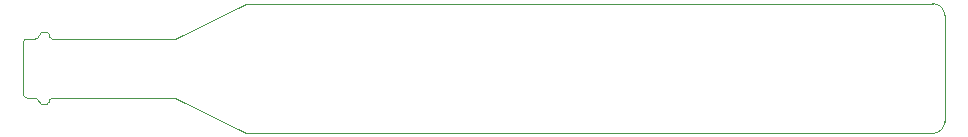
<source format=gbr>
G04 #@! TF.GenerationSoftware,KiCad,Pcbnew,(5.1.5-0-10_14)*
G04 #@! TF.CreationDate,2020-08-22T00:23:10-07:00*
G04 #@! TF.ProjectId,RX_Flex,52585f46-6c65-4782-9e6b-696361645f70,rev?*
G04 #@! TF.SameCoordinates,Original*
G04 #@! TF.FileFunction,Profile,NP*
%FSLAX46Y46*%
G04 Gerber Fmt 4.6, Leading zero omitted, Abs format (unit mm)*
G04 Created by KiCad (PCBNEW (5.1.5-0-10_14)) date 2020-08-22 00:23:10*
%MOMM*%
%LPD*%
G04 APERTURE LIST*
%ADD10C,0.050000*%
G04 APERTURE END LIST*
D10*
X116000000Y-62000000D02*
X106860000Y-62000000D01*
X100860000Y-70000000D02*
X92000000Y-70000000D01*
X100860000Y-65000000D02*
X92000000Y-65000000D01*
X91500000Y-70000000D02*
X92000000Y-70000000D01*
X106860000Y-73000000D02*
X100860000Y-70000000D01*
X106860000Y-62000000D02*
X100860000Y-65000000D01*
X116000000Y-73000000D02*
X106860000Y-73000000D01*
X91500000Y-65000000D02*
X92000000Y-65000000D01*
X88000000Y-69698444D02*
X88000000Y-65300000D01*
X90400000Y-65000000D02*
G75*
G02X90200000Y-64800000I0J200000D01*
G01*
X90000000Y-64450000D02*
G75*
G02X90200000Y-64650000I0J-200000D01*
G01*
X89162747Y-64916248D02*
G75*
G02X89000000Y-65000000I-162747J116248D01*
G01*
X90201544Y-70175193D02*
G75*
G02X90400000Y-70000000I198456J-24807D01*
G01*
X90200000Y-70350000D02*
G75*
G02X90000000Y-70550000I-200000J0D01*
G01*
X89000000Y-69998444D02*
G75*
G02X89175000Y-70100000I0J-201556D01*
G01*
X88300000Y-69998444D02*
G75*
G02X88000000Y-69698444I0J300000D01*
G01*
X88000000Y-65300000D02*
G75*
G02X88300000Y-65000000I300000J0D01*
G01*
X88300000Y-65000000D02*
X89000000Y-65000000D01*
X89500000Y-64450000D02*
X89162747Y-64916248D01*
X90000000Y-64450000D02*
X89500000Y-64450000D01*
X90200000Y-64800000D02*
X90200000Y-64650000D01*
X91500000Y-65000000D02*
X90400000Y-65000000D01*
X90400000Y-70000000D02*
X91500000Y-70000000D01*
X90200000Y-70350000D02*
X90201544Y-70175193D01*
X89500000Y-70550000D02*
X90000000Y-70550000D01*
X89500000Y-70550000D02*
X89175000Y-70100000D01*
X88300000Y-69998444D02*
X89000000Y-69998444D01*
X166000000Y-72000000D02*
G75*
G02X165000000Y-73000000I-1000000J0D01*
G01*
X165000000Y-62000000D02*
G75*
G02X166000000Y-63000000I0J-1000000D01*
G01*
X165000000Y-62000000D02*
X116000000Y-62000000D01*
X166000000Y-72000000D02*
X166000000Y-63000000D01*
X116000000Y-73000000D02*
X165000000Y-73000000D01*
M02*

</source>
